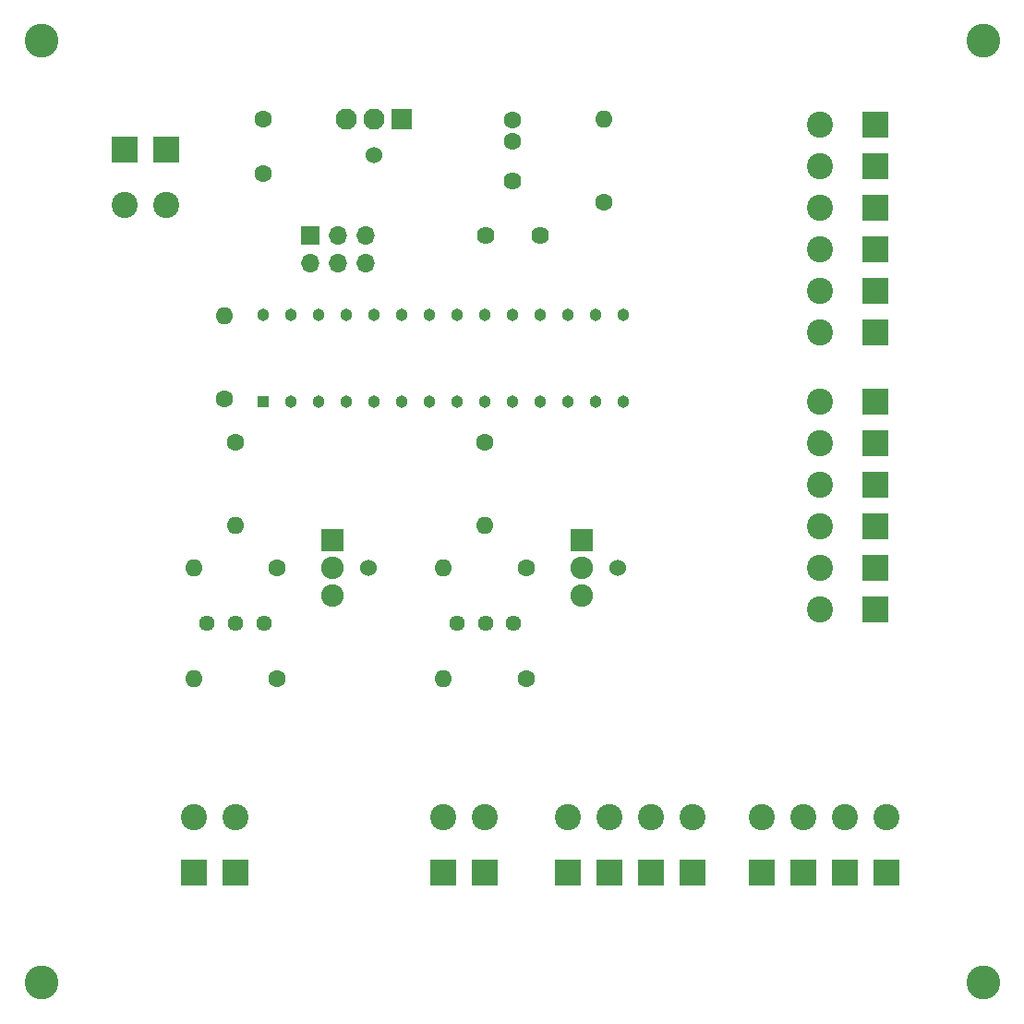
<source format=gbr>
%TF.GenerationSoftware,KiCad,Pcbnew,(5.1.10)-1*%
%TF.CreationDate,2021-12-22T13:08:42+01:00*%
%TF.ProjectId,Scheinwerfer_Dirk,53636865-696e-4776-9572-6665725f4469,V2.0*%
%TF.SameCoordinates,Original*%
%TF.FileFunction,Soldermask,Bot*%
%TF.FilePolarity,Negative*%
%FSLAX46Y46*%
G04 Gerber Fmt 4.6, Leading zero omitted, Abs format (unit mm)*
G04 Created by KiCad (PCBNEW (5.1.10)-1) date 2021-12-22 13:08:42*
%MOMM*%
%LPD*%
G01*
G04 APERTURE LIST*
%ADD10C,3.100000*%
%ADD11C,1.133000*%
%ADD12R,1.133000X1.133000*%
%ADD13O,1.700000X1.700000*%
%ADD14R,1.700000X1.700000*%
%ADD15C,1.440000*%
%ADD16C,2.070000*%
%ADD17R,2.070000X2.070000*%
%ADD18O,1.600000X1.600000*%
%ADD19C,1.600000*%
%ADD20C,1.620000*%
%ADD21C,1.524000*%
%ADD22C,1.935000*%
%ADD23R,1.935000X1.935000*%
%ADD24C,2.400000*%
%ADD25R,2.400000X2.400000*%
G04 APERTURE END LIST*
D10*
%TO.C,REF\u002A\u002A*%
X157470000Y-45646000D03*
%TD*%
%TO.C,REF\u002A\u002A*%
X157470000Y-132006000D03*
%TD*%
%TO.C,REF\u002A\u002A*%
X71110000Y-132006000D03*
%TD*%
%TO.C,REF\u002A\u002A*%
X71110000Y-45646000D03*
%TD*%
D11*
%TO.C,IC2*%
X91440000Y-70802000D03*
X93980000Y-70802000D03*
X96520000Y-70802000D03*
X99060000Y-70802000D03*
X101600000Y-70802000D03*
X104140000Y-70802000D03*
X106680000Y-70802000D03*
X109220000Y-70802000D03*
X111760000Y-70802000D03*
X114300000Y-70802000D03*
X116840000Y-70802000D03*
X119380000Y-70802000D03*
X121920000Y-70802000D03*
X124460000Y-70802000D03*
X124460000Y-78740000D03*
X121920000Y-78740000D03*
X119380000Y-78740000D03*
X116840000Y-78740000D03*
X114300000Y-78740000D03*
X111760000Y-78740000D03*
X109220000Y-78740000D03*
X106680000Y-78740000D03*
X104140000Y-78740000D03*
X101600000Y-78740000D03*
X99060000Y-78740000D03*
X96520000Y-78740000D03*
X93980000Y-78740000D03*
D12*
X91440000Y-78740000D03*
%TD*%
D13*
%TO.C,CON8*%
X95758000Y-66040000D03*
X98298000Y-66040000D03*
X100838000Y-66040000D03*
X100838000Y-63500000D03*
X98298000Y-63500000D03*
D14*
X95758000Y-63500000D03*
%TD*%
D15*
%TO.C,T4*%
X109220000Y-99060000D03*
X111820000Y-99060000D03*
X114420000Y-99060000D03*
%TD*%
D16*
%TO.C,T3*%
X120650000Y-96520000D03*
X120650000Y-93980000D03*
D17*
X120650000Y-91440000D03*
%TD*%
D15*
%TO.C,T2*%
X86300000Y-99060000D03*
X88900000Y-99060000D03*
X91500000Y-99060000D03*
%TD*%
D16*
%TO.C,T1*%
X97790000Y-96520000D03*
X97790000Y-93980000D03*
D17*
X97790000Y-91440000D03*
%TD*%
D18*
%TO.C,R7*%
X87874000Y-70866000D03*
D19*
X87874000Y-78486000D03*
%TD*%
D18*
%TO.C,R6*%
X107950000Y-104140000D03*
D19*
X115570000Y-104140000D03*
%TD*%
D18*
%TO.C,R5*%
X111750000Y-90096000D03*
D19*
X111750000Y-82476000D03*
%TD*%
D18*
%TO.C,R4*%
X85090000Y-104140000D03*
D19*
X92710000Y-104140000D03*
%TD*%
D18*
%TO.C,R3*%
X88890000Y-90096000D03*
D19*
X88890000Y-82476000D03*
%TD*%
D20*
%TO.C,R2*%
X116840000Y-63500000D03*
X114340000Y-58500000D03*
X111840000Y-63500000D03*
%TD*%
D18*
%TO.C,R1*%
X122682000Y-52832000D03*
D19*
X122682000Y-60452000D03*
%TD*%
D21*
%TO.C,KK3*%
X101600000Y-56134000D03*
%TD*%
%TO.C,KK2*%
X123952000Y-93980000D03*
%TD*%
%TO.C,KK1*%
X101092000Y-93980000D03*
%TD*%
D22*
%TO.C,IC1*%
X99060000Y-52832000D03*
X101600000Y-52832000D03*
D23*
X104140000Y-52832000D03*
%TD*%
D18*
%TO.C,D2*%
X107950000Y-93980000D03*
D19*
X115570000Y-93980000D03*
%TD*%
D18*
%TO.C,D1*%
X85090000Y-93980000D03*
D19*
X92710000Y-93980000D03*
%TD*%
D24*
%TO.C,CON7_2*%
X111760000Y-116840000D03*
D25*
X111760000Y-121920000D03*
%TD*%
D24*
%TO.C,CON7_1*%
X107950000Y-116840000D03*
D25*
X107950000Y-121920000D03*
%TD*%
D24*
%TO.C,CON6_2*%
X88900000Y-116840000D03*
D25*
X88900000Y-121920000D03*
%TD*%
D24*
%TO.C,CON6_1*%
X85090000Y-116840000D03*
D25*
X85090000Y-121920000D03*
%TD*%
D24*
%TO.C,CON5_4*%
X148590000Y-116840000D03*
D25*
X148590000Y-121920000D03*
%TD*%
D24*
%TO.C,CON5_3*%
X144780000Y-116840000D03*
D25*
X144780000Y-121920000D03*
%TD*%
D24*
%TO.C,CON5_2*%
X140970000Y-116840000D03*
D25*
X140970000Y-121920000D03*
%TD*%
D24*
%TO.C,CON5_1*%
X137160000Y-116840000D03*
D25*
X137160000Y-121920000D03*
%TD*%
D24*
%TO.C,CON4_4*%
X130810000Y-116840000D03*
D25*
X130810000Y-121920000D03*
%TD*%
D24*
%TO.C,CON4_3*%
X127000000Y-116840000D03*
D25*
X127000000Y-121920000D03*
%TD*%
D24*
%TO.C,CON4_2*%
X123190000Y-116840000D03*
D25*
X123190000Y-121920000D03*
%TD*%
D24*
%TO.C,CON4_1*%
X119380000Y-116840000D03*
D25*
X119380000Y-121920000D03*
%TD*%
D24*
%TO.C,CON3_6*%
X142494000Y-53340000D03*
D25*
X147574000Y-53340000D03*
%TD*%
D24*
%TO.C,CON3_5*%
X142494000Y-57150000D03*
D25*
X147574000Y-57150000D03*
%TD*%
D24*
%TO.C,CON3_4*%
X142494000Y-60960000D03*
D25*
X147574000Y-60960000D03*
%TD*%
D24*
%TO.C,CON3_3*%
X142494000Y-64770000D03*
D25*
X147574000Y-64770000D03*
%TD*%
D24*
%TO.C,CON3_2*%
X142494000Y-68580000D03*
D25*
X147574000Y-68580000D03*
%TD*%
D24*
%TO.C,CON3_1*%
X142494000Y-72390000D03*
D25*
X147574000Y-72390000D03*
%TD*%
D24*
%TO.C,CON2_6*%
X142494000Y-78740000D03*
D25*
X147574000Y-78740000D03*
%TD*%
D24*
%TO.C,CON2_5*%
X142494000Y-82550000D03*
D25*
X147574000Y-82550000D03*
%TD*%
D24*
%TO.C,CON2_4*%
X142494000Y-86360000D03*
D25*
X147574000Y-86360000D03*
%TD*%
D24*
%TO.C,CON2_3*%
X142494000Y-90170000D03*
D25*
X147574000Y-90170000D03*
%TD*%
D24*
%TO.C,CON2_2*%
X142494000Y-93980000D03*
D25*
X147574000Y-93980000D03*
%TD*%
D24*
%TO.C,CON2_1*%
X142494000Y-97790000D03*
D25*
X147574000Y-97790000D03*
%TD*%
D24*
%TO.C,CON1_2*%
X78740000Y-60706000D03*
D25*
X78740000Y-55626000D03*
%TD*%
D24*
%TO.C,CON1_1*%
X82550000Y-60706000D03*
D25*
X82550000Y-55626000D03*
%TD*%
D19*
%TO.C,C2*%
X114300000Y-54864000D03*
X114300000Y-52864000D03*
%TD*%
%TO.C,C1*%
X91440000Y-57832000D03*
X91440000Y-52832000D03*
%TD*%
M02*

</source>
